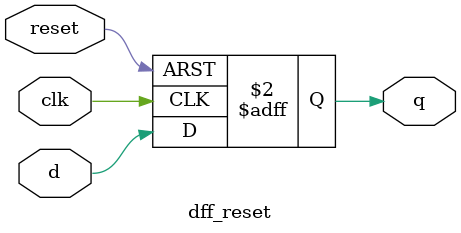
<source format=v>
module dff_reset(clk, reset, d, q);

	input wire clk, reset, d;
	output reg q;

	always @(posedge clk, posedge reset)
		if (reset)
			q <= 1'b0;
		else
			q <= d;
endmodule

</source>
